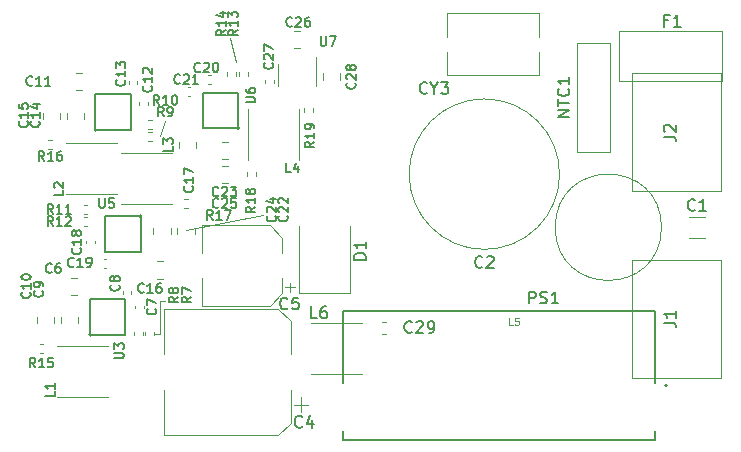
<source format=gbr>
%TF.GenerationSoftware,KiCad,Pcbnew,5.1.10-1.fc33*%
%TF.CreationDate,2021-08-28T17:16:11-07:00*%
%TF.ProjectId,hardware,68617264-7761-4726-952e-6b696361645f,rev?*%
%TF.SameCoordinates,Original*%
%TF.FileFunction,Legend,Top*%
%TF.FilePolarity,Positive*%
%FSLAX46Y46*%
G04 Gerber Fmt 4.6, Leading zero omitted, Abs format (unit mm)*
G04 Created by KiCad (PCBNEW 5.1.10-1.fc33) date 2021-08-28 17:16:11*
%MOMM*%
%LPD*%
G01*
G04 APERTURE LIST*
%ADD10C,0.120000*%
%ADD11C,0.127000*%
%ADD12C,0.200000*%
%ADD13C,0.203200*%
%ADD14C,0.150000*%
%ADD15C,0.015000*%
G04 APERTURE END LIST*
D10*
X98500000Y-102500000D02*
X98000000Y-103750000D01*
X104000000Y-95500000D02*
X104500000Y-97500000D01*
X106750000Y-110500000D02*
X100250000Y-111750000D01*
X98000000Y-120500000D02*
X97500000Y-120500000D01*
X98000000Y-117750000D02*
X98000000Y-120500000D01*
X98500000Y-117750000D02*
X98000000Y-117750000D01*
D11*
%TO.C,PS1*%
X113550000Y-129550000D02*
X113550000Y-128750000D01*
X113550000Y-124700000D02*
X113550000Y-118550000D01*
X139950000Y-129550000D02*
X139950000Y-128750000D01*
X139950000Y-124700000D02*
X139950000Y-118550000D01*
X113550000Y-129550000D02*
X139950000Y-129550000D01*
X139950000Y-118550000D02*
X113550000Y-118550000D01*
D12*
X141000000Y-124900000D02*
G75*
G03*
X141000000Y-124900000I-100000J0D01*
G01*
D10*
%TO.C,D1*%
X109850000Y-117050000D02*
X109850000Y-111350000D01*
X114150000Y-117050000D02*
X114150000Y-111350000D01*
X109850000Y-117050000D02*
X114150000Y-117050000D01*
%TO.C,F1*%
X136920000Y-94880000D02*
X145660000Y-94880000D01*
X136920000Y-94880000D02*
X136920000Y-99120000D01*
X145660000Y-99120000D02*
X145660000Y-94880000D01*
X145660000Y-99120000D02*
X136920000Y-99120000D01*
%TO.C,J2*%
X138000000Y-108440814D02*
X145500000Y-108440814D01*
X145500000Y-108440814D02*
X145500000Y-98440814D01*
X145500000Y-98440814D02*
X138000000Y-98440814D01*
X138000000Y-98440814D02*
X138000000Y-108440814D01*
%TO.C,J1*%
X138000000Y-124254000D02*
X145500000Y-124254000D01*
X145500000Y-124254000D02*
X145500000Y-114254000D01*
X145500000Y-114254000D02*
X138000000Y-114254000D01*
X138000000Y-114254000D02*
X138000000Y-124254000D01*
%TO.C,L6*%
X115154000Y-123904000D02*
X110846000Y-123904000D01*
X110846000Y-119596000D02*
X115154000Y-119596000D01*
%TO.C,CY3*%
X122380000Y-93380000D02*
X130120000Y-93380000D01*
X122380000Y-98620000D02*
X130120000Y-98620000D01*
X122380000Y-93380000D02*
X122380000Y-95364000D01*
X122380000Y-96636000D02*
X122380000Y-98620000D01*
X130120000Y-93380000D02*
X130120000Y-95364000D01*
X130120000Y-96636000D02*
X130120000Y-98620000D01*
%TO.C,C5*%
X101590000Y-111340000D02*
X101590000Y-113690000D01*
X101590000Y-118160000D02*
X101590000Y-115810000D01*
X107345563Y-118160000D02*
X101590000Y-118160000D01*
X107345563Y-111340000D02*
X101590000Y-111340000D01*
X108410000Y-112404437D02*
X108410000Y-113690000D01*
X108410000Y-117095563D02*
X108410000Y-115810000D01*
X108410000Y-117095563D02*
X107345563Y-118160000D01*
X108410000Y-112404437D02*
X107345563Y-111340000D01*
X109437500Y-116597500D02*
X108650000Y-116597500D01*
X109043750Y-116991250D02*
X109043750Y-116203750D01*
%TO.C,C2*%
X131870000Y-107000000D02*
G75*
G03*
X131870000Y-107000000I-6370000J0D01*
G01*
%TO.C,L5*%
X140500000Y-111500000D02*
G75*
G03*
X140500000Y-111500000I-4500000J0D01*
G01*
%TO.C,C4*%
X109975000Y-127135000D02*
X109975000Y-125885000D01*
X110600000Y-126510000D02*
X109350000Y-126510000D01*
X109110000Y-119454437D02*
X108045563Y-118390000D01*
X109110000Y-128045563D02*
X108045563Y-129110000D01*
X109110000Y-128045563D02*
X109110000Y-125260000D01*
X109110000Y-119454437D02*
X109110000Y-122240000D01*
X108045563Y-118390000D02*
X98390000Y-118390000D01*
X108045563Y-129110000D02*
X98390000Y-129110000D01*
X98390000Y-129110000D02*
X98390000Y-125260000D01*
X98390000Y-118390000D02*
X98390000Y-122240000D01*
%TO.C,NTC1*%
X133380000Y-95880000D02*
X136120000Y-95880000D01*
X133380000Y-105120000D02*
X136120000Y-105120000D01*
X136120000Y-105120000D02*
X136120000Y-95880000D01*
X133380000Y-105120000D02*
X133380000Y-95880000D01*
%TO.C,C29*%
X116859420Y-120510000D02*
X117140580Y-120510000D01*
X116859420Y-119490000D02*
X117140580Y-119490000D01*
%TO.C,C1*%
X142788748Y-112410000D02*
X144211252Y-112410000D01*
X142788748Y-110590000D02*
X144211252Y-110590000D01*
%TO.C,C28*%
X111800040Y-99001092D02*
X111800040Y-98478588D01*
X113270040Y-99001092D02*
X113270040Y-98478588D01*
%TO.C,C26*%
X109926092Y-96325240D02*
X109403588Y-96325240D01*
X109926092Y-94855240D02*
X109403588Y-94855240D01*
%TO.C,C25*%
X103808692Y-107787560D02*
X103286188Y-107787560D01*
X103808692Y-106317560D02*
X103286188Y-106317560D01*
%TO.C,C24*%
X98941040Y-111563908D02*
X98941040Y-112086412D01*
X97471040Y-111563908D02*
X97471040Y-112086412D01*
%TO.C,C23*%
X103808692Y-105730160D02*
X103286188Y-105730160D01*
X103808692Y-104260160D02*
X103286188Y-104260160D01*
%TO.C,C22*%
X100973040Y-111558828D02*
X100973040Y-112081332D01*
X99503040Y-111558828D02*
X99503040Y-112081332D01*
%TO.C,C17*%
X101082040Y-104291908D02*
X101082040Y-104814412D01*
X99612040Y-104291908D02*
X99612040Y-104814412D01*
%TO.C,C16*%
X97766988Y-114366760D02*
X98289492Y-114366760D01*
X97766988Y-115836760D02*
X98289492Y-115836760D01*
%TO.C,C15*%
X88141260Y-102307292D02*
X88141260Y-101784788D01*
X89611260Y-102307292D02*
X89611260Y-101784788D01*
%TO.C,C14*%
X90173260Y-102307292D02*
X90173260Y-101784788D01*
X91643260Y-102307292D02*
X91643260Y-101784788D01*
%TO.C,C11*%
X91423512Y-99898140D02*
X90901008Y-99898140D01*
X91423512Y-98428140D02*
X90901008Y-98428140D01*
%TO.C,C10*%
X87591840Y-119624752D02*
X87591840Y-119102248D01*
X89061840Y-119624752D02*
X89061840Y-119102248D01*
%TO.C,C9*%
X89649240Y-119624752D02*
X89649240Y-119102248D01*
X91119240Y-119624752D02*
X91119240Y-119102248D01*
%TO.C,C6*%
X91011252Y-117235000D02*
X90488748Y-117235000D01*
X91011252Y-115765000D02*
X90488748Y-115765000D01*
%TO.C,C27*%
X106942640Y-99254076D02*
X106942640Y-99038404D01*
X107662640Y-99254076D02*
X107662640Y-99038404D01*
%TO.C,C21*%
X100587836Y-100360000D02*
X100372164Y-100360000D01*
X100587836Y-99640000D02*
X100372164Y-99640000D01*
%TO.C,C20*%
X102357836Y-99360000D02*
X102142164Y-99360000D01*
X102357836Y-98640000D02*
X102142164Y-98640000D01*
%TO.C,C19*%
X93487876Y-114941060D02*
X93272204Y-114941060D01*
X93487876Y-114221060D02*
X93272204Y-114221060D01*
%TO.C,C18*%
X92520840Y-112642164D02*
X92520840Y-112857836D01*
X91800840Y-112642164D02*
X91800840Y-112857836D01*
%TO.C,C13*%
X95390000Y-99357836D02*
X95390000Y-99142164D01*
X96110000Y-99357836D02*
X96110000Y-99142164D01*
%TO.C,C12*%
X96301360Y-101107836D02*
X96301360Y-100892164D01*
X97021360Y-101107836D02*
X97021360Y-100892164D01*
%TO.C,C8*%
X94890000Y-117107836D02*
X94890000Y-116892164D01*
X95610000Y-117107836D02*
X95610000Y-116892164D01*
%TO.C,C7*%
X95942440Y-118357836D02*
X95942440Y-118142164D01*
X96662440Y-118357836D02*
X96662440Y-118142164D01*
%TO.C,R19*%
X110959240Y-101712881D02*
X110959240Y-101405599D01*
X110199240Y-101712881D02*
X110199240Y-101405599D01*
%TO.C,U7*%
X108044680Y-97697600D02*
X108044680Y-99497600D01*
X111264680Y-99497600D02*
X111264680Y-97047600D01*
D13*
%TO.C,U6*%
X104751200Y-103087620D02*
G75*
G03*
X104751200Y-103087620I-100000J0D01*
G01*
X104651200Y-103111880D02*
X101651200Y-103111880D01*
X101651200Y-103111880D02*
X101651200Y-100111880D01*
X101651200Y-100111880D02*
X104651200Y-100111880D01*
X104651200Y-100111880D02*
X104651200Y-103111880D01*
%TO.C,U5*%
X96465620Y-110561380D02*
G75*
G03*
X96465620Y-110561380I-100000J0D01*
G01*
X96389880Y-110561380D02*
X96389880Y-113561380D01*
X96389880Y-113561380D02*
X93389880Y-113561380D01*
X93389880Y-113561380D02*
X93389880Y-110561380D01*
X93389880Y-110561380D02*
X96389880Y-110561380D01*
%TO.C,U4*%
X92682120Y-103241240D02*
G75*
G03*
X92682120Y-103241240I-100000J0D01*
G01*
X92557860Y-103241240D02*
X92557860Y-100241240D01*
X92557860Y-100241240D02*
X95557860Y-100241240D01*
X95557860Y-100241240D02*
X95557860Y-103241240D01*
X95557860Y-103241240D02*
X92557860Y-103241240D01*
D10*
%TO.C,R18*%
X105370000Y-107153641D02*
X105370000Y-106846359D01*
X106130000Y-107153641D02*
X106130000Y-106846359D01*
%TO.C,R17*%
X100403641Y-109880000D02*
X100096359Y-109880000D01*
X100403641Y-109120000D02*
X100096359Y-109120000D01*
%TO.C,R16*%
X88596359Y-104120000D02*
X88903641Y-104120000D01*
X88596359Y-104880000D02*
X88903641Y-104880000D01*
%TO.C,R15*%
X87846359Y-121370000D02*
X88153641Y-121370000D01*
X87846359Y-122130000D02*
X88153641Y-122130000D01*
%TO.C,R14*%
X103675440Y-98671801D02*
X103675440Y-98364519D01*
X104435440Y-98671801D02*
X104435440Y-98364519D01*
%TO.C,R13*%
X105451440Y-98364519D02*
X105451440Y-98671801D01*
X104691440Y-98364519D02*
X104691440Y-98671801D01*
%TO.C,R12*%
X91882681Y-111392360D02*
X91575399Y-111392360D01*
X91882681Y-110632360D02*
X91575399Y-110632360D01*
%TO.C,R11*%
X91575399Y-109616360D02*
X91882681Y-109616360D01*
X91575399Y-110376360D02*
X91882681Y-110376360D01*
%TO.C,R10*%
X97015719Y-102428040D02*
X97323001Y-102428040D01*
X97015719Y-103188040D02*
X97323001Y-103188040D01*
%TO.C,R9*%
X97323001Y-104204040D02*
X97015719Y-104204040D01*
X97323001Y-103444040D02*
X97015719Y-103444040D01*
%TO.C,R8*%
X96580840Y-120352859D02*
X96580840Y-120660141D01*
X95820840Y-120352859D02*
X95820840Y-120660141D01*
%TO.C,R7*%
X96811440Y-120660141D02*
X96811440Y-120352859D01*
X97571440Y-120660141D02*
X97571440Y-120352859D01*
%TO.C,L4*%
X105482840Y-105777560D02*
X105482840Y-101469560D01*
X109790840Y-101469560D02*
X109790840Y-105777560D01*
%TO.C,L3*%
X99013840Y-109534160D02*
X94705840Y-109534160D01*
X94705840Y-105226160D02*
X99013840Y-105226160D01*
%TO.C,L2*%
X90096560Y-104349740D02*
X94404560Y-104349740D01*
X94404560Y-108657740D02*
X90096560Y-108657740D01*
%TO.C,L1*%
X89347840Y-121527500D02*
X93655840Y-121527500D01*
X93655840Y-125835500D02*
X89347840Y-125835500D01*
D13*
%TO.C,U3*%
X95099880Y-120609500D02*
X92099880Y-120609500D01*
X95099880Y-117609500D02*
X95099880Y-120609500D01*
X92099880Y-117609500D02*
X95099880Y-117609500D01*
X92099880Y-120609500D02*
X92099880Y-117609500D01*
X92224140Y-120609500D02*
G75*
G03*
X92224140Y-120609500I-100000J0D01*
G01*
%TO.C,PS1*%
D14*
X129285714Y-117952380D02*
X129285714Y-116952380D01*
X129666666Y-116952380D01*
X129761904Y-117000000D01*
X129809523Y-117047619D01*
X129857142Y-117142857D01*
X129857142Y-117285714D01*
X129809523Y-117380952D01*
X129761904Y-117428571D01*
X129666666Y-117476190D01*
X129285714Y-117476190D01*
X130238095Y-117904761D02*
X130380952Y-117952380D01*
X130619047Y-117952380D01*
X130714285Y-117904761D01*
X130761904Y-117857142D01*
X130809523Y-117761904D01*
X130809523Y-117666666D01*
X130761904Y-117571428D01*
X130714285Y-117523809D01*
X130619047Y-117476190D01*
X130428571Y-117428571D01*
X130333333Y-117380952D01*
X130285714Y-117333333D01*
X130238095Y-117238095D01*
X130238095Y-117142857D01*
X130285714Y-117047619D01*
X130333333Y-117000000D01*
X130428571Y-116952380D01*
X130666666Y-116952380D01*
X130809523Y-117000000D01*
X131761904Y-117952380D02*
X131190476Y-117952380D01*
X131476190Y-117952380D02*
X131476190Y-116952380D01*
X131380952Y-117095238D01*
X131285714Y-117190476D01*
X131190476Y-117238095D01*
%TO.C,D1*%
X115452380Y-114238095D02*
X114452380Y-114238095D01*
X114452380Y-114000000D01*
X114500000Y-113857142D01*
X114595238Y-113761904D01*
X114690476Y-113714285D01*
X114880952Y-113666666D01*
X115023809Y-113666666D01*
X115214285Y-113714285D01*
X115309523Y-113761904D01*
X115404761Y-113857142D01*
X115452380Y-114000000D01*
X115452380Y-114238095D01*
X115452380Y-112714285D02*
X115452380Y-113285714D01*
X115452380Y-113000000D02*
X114452380Y-113000000D01*
X114595238Y-113095238D01*
X114690476Y-113190476D01*
X114738095Y-113285714D01*
%TO.C,F1*%
X141066666Y-93978571D02*
X140733333Y-93978571D01*
X140733333Y-94502380D02*
X140733333Y-93502380D01*
X141209523Y-93502380D01*
X142114285Y-94502380D02*
X141542857Y-94502380D01*
X141828571Y-94502380D02*
X141828571Y-93502380D01*
X141733333Y-93645238D01*
X141638095Y-93740476D01*
X141542857Y-93788095D01*
%TO.C,J2*%
X140702380Y-103833333D02*
X141416666Y-103833333D01*
X141559523Y-103880952D01*
X141654761Y-103976190D01*
X141702380Y-104119047D01*
X141702380Y-104214285D01*
X140797619Y-103404761D02*
X140750000Y-103357142D01*
X140702380Y-103261904D01*
X140702380Y-103023809D01*
X140750000Y-102928571D01*
X140797619Y-102880952D01*
X140892857Y-102833333D01*
X140988095Y-102833333D01*
X141130952Y-102880952D01*
X141702380Y-103452380D01*
X141702380Y-102833333D01*
%TO.C,J1*%
X140702380Y-119583333D02*
X141416666Y-119583333D01*
X141559523Y-119630952D01*
X141654761Y-119726190D01*
X141702380Y-119869047D01*
X141702380Y-119964285D01*
X141702380Y-118583333D02*
X141702380Y-119154761D01*
X141702380Y-118869047D02*
X140702380Y-118869047D01*
X140845238Y-118964285D01*
X140940476Y-119059523D01*
X140988095Y-119154761D01*
%TO.C,L6*%
X111333333Y-119202380D02*
X110857142Y-119202380D01*
X110857142Y-118202380D01*
X112095238Y-118202380D02*
X111904761Y-118202380D01*
X111809523Y-118250000D01*
X111761904Y-118297619D01*
X111666666Y-118440476D01*
X111619047Y-118630952D01*
X111619047Y-119011904D01*
X111666666Y-119107142D01*
X111714285Y-119154761D01*
X111809523Y-119202380D01*
X112000000Y-119202380D01*
X112095238Y-119154761D01*
X112142857Y-119107142D01*
X112190476Y-119011904D01*
X112190476Y-118773809D01*
X112142857Y-118678571D01*
X112095238Y-118630952D01*
X112000000Y-118583333D01*
X111809523Y-118583333D01*
X111714285Y-118630952D01*
X111666666Y-118678571D01*
X111619047Y-118773809D01*
%TO.C,CY3*%
X120654761Y-100107142D02*
X120607142Y-100154761D01*
X120464285Y-100202380D01*
X120369047Y-100202380D01*
X120226190Y-100154761D01*
X120130952Y-100059523D01*
X120083333Y-99964285D01*
X120035714Y-99773809D01*
X120035714Y-99630952D01*
X120083333Y-99440476D01*
X120130952Y-99345238D01*
X120226190Y-99250000D01*
X120369047Y-99202380D01*
X120464285Y-99202380D01*
X120607142Y-99250000D01*
X120654761Y-99297619D01*
X121273809Y-99726190D02*
X121273809Y-100202380D01*
X120940476Y-99202380D02*
X121273809Y-99726190D01*
X121607142Y-99202380D01*
X121845238Y-99202380D02*
X122464285Y-99202380D01*
X122130952Y-99583333D01*
X122273809Y-99583333D01*
X122369047Y-99630952D01*
X122416666Y-99678571D01*
X122464285Y-99773809D01*
X122464285Y-100011904D01*
X122416666Y-100107142D01*
X122369047Y-100154761D01*
X122273809Y-100202380D01*
X121988095Y-100202380D01*
X121892857Y-100154761D01*
X121845238Y-100107142D01*
%TO.C,C5*%
X108833333Y-118357142D02*
X108785714Y-118404761D01*
X108642857Y-118452380D01*
X108547619Y-118452380D01*
X108404761Y-118404761D01*
X108309523Y-118309523D01*
X108261904Y-118214285D01*
X108214285Y-118023809D01*
X108214285Y-117880952D01*
X108261904Y-117690476D01*
X108309523Y-117595238D01*
X108404761Y-117500000D01*
X108547619Y-117452380D01*
X108642857Y-117452380D01*
X108785714Y-117500000D01*
X108833333Y-117547619D01*
X109738095Y-117452380D02*
X109261904Y-117452380D01*
X109214285Y-117928571D01*
X109261904Y-117880952D01*
X109357142Y-117833333D01*
X109595238Y-117833333D01*
X109690476Y-117880952D01*
X109738095Y-117928571D01*
X109785714Y-118023809D01*
X109785714Y-118261904D01*
X109738095Y-118357142D01*
X109690476Y-118404761D01*
X109595238Y-118452380D01*
X109357142Y-118452380D01*
X109261904Y-118404761D01*
X109214285Y-118357142D01*
%TO.C,C2*%
X125333333Y-114857142D02*
X125285714Y-114904761D01*
X125142857Y-114952380D01*
X125047619Y-114952380D01*
X124904761Y-114904761D01*
X124809523Y-114809523D01*
X124761904Y-114714285D01*
X124714285Y-114523809D01*
X124714285Y-114380952D01*
X124761904Y-114190476D01*
X124809523Y-114095238D01*
X124904761Y-114000000D01*
X125047619Y-113952380D01*
X125142857Y-113952380D01*
X125285714Y-114000000D01*
X125333333Y-114047619D01*
X125714285Y-114047619D02*
X125761904Y-114000000D01*
X125857142Y-113952380D01*
X126095238Y-113952380D01*
X126190476Y-114000000D01*
X126238095Y-114047619D01*
X126285714Y-114142857D01*
X126285714Y-114238095D01*
X126238095Y-114380952D01*
X125666666Y-114952380D01*
X126285714Y-114952380D01*
%TO.C,L5*%
D15*
X127893333Y-119789523D02*
X127588571Y-119789523D01*
X127588571Y-119149523D01*
X128411428Y-119149523D02*
X128106666Y-119149523D01*
X128076190Y-119454285D01*
X128106666Y-119423809D01*
X128167619Y-119393333D01*
X128320000Y-119393333D01*
X128380952Y-119423809D01*
X128411428Y-119454285D01*
X128441904Y-119515238D01*
X128441904Y-119667619D01*
X128411428Y-119728571D01*
X128380952Y-119759047D01*
X128320000Y-119789523D01*
X128167619Y-119789523D01*
X128106666Y-119759047D01*
X128076190Y-119728571D01*
%TO.C,C4*%
D14*
X110083333Y-128357142D02*
X110035714Y-128404761D01*
X109892857Y-128452380D01*
X109797619Y-128452380D01*
X109654761Y-128404761D01*
X109559523Y-128309523D01*
X109511904Y-128214285D01*
X109464285Y-128023809D01*
X109464285Y-127880952D01*
X109511904Y-127690476D01*
X109559523Y-127595238D01*
X109654761Y-127500000D01*
X109797619Y-127452380D01*
X109892857Y-127452380D01*
X110035714Y-127500000D01*
X110083333Y-127547619D01*
X110940476Y-127785714D02*
X110940476Y-128452380D01*
X110702380Y-127404761D02*
X110464285Y-128119047D01*
X111083333Y-128119047D01*
%TO.C,NTC1*%
X132702380Y-102142857D02*
X131702380Y-102142857D01*
X132702380Y-101571428D01*
X131702380Y-101571428D01*
X131702380Y-101238095D02*
X131702380Y-100666666D01*
X132702380Y-100952380D02*
X131702380Y-100952380D01*
X132607142Y-99761904D02*
X132654761Y-99809523D01*
X132702380Y-99952380D01*
X132702380Y-100047619D01*
X132654761Y-100190476D01*
X132559523Y-100285714D01*
X132464285Y-100333333D01*
X132273809Y-100380952D01*
X132130952Y-100380952D01*
X131940476Y-100333333D01*
X131845238Y-100285714D01*
X131750000Y-100190476D01*
X131702380Y-100047619D01*
X131702380Y-99952380D01*
X131750000Y-99809523D01*
X131797619Y-99761904D01*
X132702380Y-98809523D02*
X132702380Y-99380952D01*
X132702380Y-99095238D02*
X131702380Y-99095238D01*
X131845238Y-99190476D01*
X131940476Y-99285714D01*
X131988095Y-99380952D01*
%TO.C,C29*%
X119357142Y-120357142D02*
X119309523Y-120404761D01*
X119166666Y-120452380D01*
X119071428Y-120452380D01*
X118928571Y-120404761D01*
X118833333Y-120309523D01*
X118785714Y-120214285D01*
X118738095Y-120023809D01*
X118738095Y-119880952D01*
X118785714Y-119690476D01*
X118833333Y-119595238D01*
X118928571Y-119500000D01*
X119071428Y-119452380D01*
X119166666Y-119452380D01*
X119309523Y-119500000D01*
X119357142Y-119547619D01*
X119738095Y-119547619D02*
X119785714Y-119500000D01*
X119880952Y-119452380D01*
X120119047Y-119452380D01*
X120214285Y-119500000D01*
X120261904Y-119547619D01*
X120309523Y-119642857D01*
X120309523Y-119738095D01*
X120261904Y-119880952D01*
X119690476Y-120452380D01*
X120309523Y-120452380D01*
X120785714Y-120452380D02*
X120976190Y-120452380D01*
X121071428Y-120404761D01*
X121119047Y-120357142D01*
X121214285Y-120214285D01*
X121261904Y-120023809D01*
X121261904Y-119642857D01*
X121214285Y-119547619D01*
X121166666Y-119500000D01*
X121071428Y-119452380D01*
X120880952Y-119452380D01*
X120785714Y-119500000D01*
X120738095Y-119547619D01*
X120690476Y-119642857D01*
X120690476Y-119880952D01*
X120738095Y-119976190D01*
X120785714Y-120023809D01*
X120880952Y-120071428D01*
X121071428Y-120071428D01*
X121166666Y-120023809D01*
X121214285Y-119976190D01*
X121261904Y-119880952D01*
%TO.C,C1*%
X143333333Y-110007142D02*
X143285714Y-110054761D01*
X143142857Y-110102380D01*
X143047619Y-110102380D01*
X142904761Y-110054761D01*
X142809523Y-109959523D01*
X142761904Y-109864285D01*
X142714285Y-109673809D01*
X142714285Y-109530952D01*
X142761904Y-109340476D01*
X142809523Y-109245238D01*
X142904761Y-109150000D01*
X143047619Y-109102380D01*
X143142857Y-109102380D01*
X143285714Y-109150000D01*
X143333333Y-109197619D01*
X144285714Y-110102380D02*
X143714285Y-110102380D01*
X144000000Y-110102380D02*
X144000000Y-109102380D01*
X143904761Y-109245238D01*
X143809523Y-109340476D01*
X143714285Y-109388095D01*
%TO.C,C28*%
X114535714Y-99264285D02*
X114573809Y-99302380D01*
X114611904Y-99416666D01*
X114611904Y-99492857D01*
X114573809Y-99607142D01*
X114497619Y-99683333D01*
X114421428Y-99721428D01*
X114269047Y-99759523D01*
X114154761Y-99759523D01*
X114002380Y-99721428D01*
X113926190Y-99683333D01*
X113850000Y-99607142D01*
X113811904Y-99492857D01*
X113811904Y-99416666D01*
X113850000Y-99302380D01*
X113888095Y-99264285D01*
X113888095Y-98959523D02*
X113850000Y-98921428D01*
X113811904Y-98845238D01*
X113811904Y-98654761D01*
X113850000Y-98578571D01*
X113888095Y-98540476D01*
X113964285Y-98502380D01*
X114040476Y-98502380D01*
X114154761Y-98540476D01*
X114611904Y-98997619D01*
X114611904Y-98502380D01*
X114154761Y-98045238D02*
X114116666Y-98121428D01*
X114078571Y-98159523D01*
X114002380Y-98197619D01*
X113964285Y-98197619D01*
X113888095Y-98159523D01*
X113850000Y-98121428D01*
X113811904Y-98045238D01*
X113811904Y-97892857D01*
X113850000Y-97816666D01*
X113888095Y-97778571D01*
X113964285Y-97740476D01*
X114002380Y-97740476D01*
X114078571Y-97778571D01*
X114116666Y-97816666D01*
X114154761Y-97892857D01*
X114154761Y-98045238D01*
X114192857Y-98121428D01*
X114230952Y-98159523D01*
X114307142Y-98197619D01*
X114459523Y-98197619D01*
X114535714Y-98159523D01*
X114573809Y-98121428D01*
X114611904Y-98045238D01*
X114611904Y-97892857D01*
X114573809Y-97816666D01*
X114535714Y-97778571D01*
X114459523Y-97740476D01*
X114307142Y-97740476D01*
X114230952Y-97778571D01*
X114192857Y-97816666D01*
X114154761Y-97892857D01*
%TO.C,C26*%
X109235714Y-94428154D02*
X109197619Y-94466249D01*
X109083333Y-94504344D01*
X109007142Y-94504344D01*
X108892857Y-94466249D01*
X108816666Y-94390059D01*
X108778571Y-94313868D01*
X108740476Y-94161487D01*
X108740476Y-94047201D01*
X108778571Y-93894820D01*
X108816666Y-93818630D01*
X108892857Y-93742440D01*
X109007142Y-93704344D01*
X109083333Y-93704344D01*
X109197619Y-93742440D01*
X109235714Y-93780535D01*
X109540476Y-93780535D02*
X109578571Y-93742440D01*
X109654761Y-93704344D01*
X109845238Y-93704344D01*
X109921428Y-93742440D01*
X109959523Y-93780535D01*
X109997619Y-93856725D01*
X109997619Y-93932916D01*
X109959523Y-94047201D01*
X109502380Y-94504344D01*
X109997619Y-94504344D01*
X110683333Y-93704344D02*
X110530952Y-93704344D01*
X110454761Y-93742440D01*
X110416666Y-93780535D01*
X110340476Y-93894820D01*
X110302380Y-94047201D01*
X110302380Y-94351963D01*
X110340476Y-94428154D01*
X110378571Y-94466249D01*
X110454761Y-94504344D01*
X110607142Y-94504344D01*
X110683333Y-94466249D01*
X110721428Y-94428154D01*
X110759523Y-94351963D01*
X110759523Y-94161487D01*
X110721428Y-94085297D01*
X110683333Y-94047201D01*
X110607142Y-94009106D01*
X110454761Y-94009106D01*
X110378571Y-94047201D01*
X110340476Y-94085297D01*
X110302380Y-94161487D01*
%TO.C,C25*%
X102985714Y-109785714D02*
X102947619Y-109823809D01*
X102833333Y-109861904D01*
X102757142Y-109861904D01*
X102642857Y-109823809D01*
X102566666Y-109747619D01*
X102528571Y-109671428D01*
X102490476Y-109519047D01*
X102490476Y-109404761D01*
X102528571Y-109252380D01*
X102566666Y-109176190D01*
X102642857Y-109100000D01*
X102757142Y-109061904D01*
X102833333Y-109061904D01*
X102947619Y-109100000D01*
X102985714Y-109138095D01*
X103290476Y-109138095D02*
X103328571Y-109100000D01*
X103404761Y-109061904D01*
X103595238Y-109061904D01*
X103671428Y-109100000D01*
X103709523Y-109138095D01*
X103747619Y-109214285D01*
X103747619Y-109290476D01*
X103709523Y-109404761D01*
X103252380Y-109861904D01*
X103747619Y-109861904D01*
X104471428Y-109061904D02*
X104090476Y-109061904D01*
X104052380Y-109442857D01*
X104090476Y-109404761D01*
X104166666Y-109366666D01*
X104357142Y-109366666D01*
X104433333Y-109404761D01*
X104471428Y-109442857D01*
X104509523Y-109519047D01*
X104509523Y-109709523D01*
X104471428Y-109785714D01*
X104433333Y-109823809D01*
X104357142Y-109861904D01*
X104166666Y-109861904D01*
X104090476Y-109823809D01*
X104052380Y-109785714D01*
%TO.C,C24*%
X107785714Y-110514285D02*
X107823809Y-110552380D01*
X107861904Y-110666666D01*
X107861904Y-110742857D01*
X107823809Y-110857142D01*
X107747619Y-110933333D01*
X107671428Y-110971428D01*
X107519047Y-111009523D01*
X107404761Y-111009523D01*
X107252380Y-110971428D01*
X107176190Y-110933333D01*
X107100000Y-110857142D01*
X107061904Y-110742857D01*
X107061904Y-110666666D01*
X107100000Y-110552380D01*
X107138095Y-110514285D01*
X107138095Y-110209523D02*
X107100000Y-110171428D01*
X107061904Y-110095238D01*
X107061904Y-109904761D01*
X107100000Y-109828571D01*
X107138095Y-109790476D01*
X107214285Y-109752380D01*
X107290476Y-109752380D01*
X107404761Y-109790476D01*
X107861904Y-110247619D01*
X107861904Y-109752380D01*
X107328571Y-109066666D02*
X107861904Y-109066666D01*
X107023809Y-109257142D02*
X107595238Y-109447619D01*
X107595238Y-108952380D01*
%TO.C,C23*%
X102985714Y-108785714D02*
X102947619Y-108823809D01*
X102833333Y-108861904D01*
X102757142Y-108861904D01*
X102642857Y-108823809D01*
X102566666Y-108747619D01*
X102528571Y-108671428D01*
X102490476Y-108519047D01*
X102490476Y-108404761D01*
X102528571Y-108252380D01*
X102566666Y-108176190D01*
X102642857Y-108100000D01*
X102757142Y-108061904D01*
X102833333Y-108061904D01*
X102947619Y-108100000D01*
X102985714Y-108138095D01*
X103290476Y-108138095D02*
X103328571Y-108100000D01*
X103404761Y-108061904D01*
X103595238Y-108061904D01*
X103671428Y-108100000D01*
X103709523Y-108138095D01*
X103747619Y-108214285D01*
X103747619Y-108290476D01*
X103709523Y-108404761D01*
X103252380Y-108861904D01*
X103747619Y-108861904D01*
X104014285Y-108061904D02*
X104509523Y-108061904D01*
X104242857Y-108366666D01*
X104357142Y-108366666D01*
X104433333Y-108404761D01*
X104471428Y-108442857D01*
X104509523Y-108519047D01*
X104509523Y-108709523D01*
X104471428Y-108785714D01*
X104433333Y-108823809D01*
X104357142Y-108861904D01*
X104128571Y-108861904D01*
X104052380Y-108823809D01*
X104014285Y-108785714D01*
%TO.C,C22*%
X108785714Y-110514285D02*
X108823809Y-110552380D01*
X108861904Y-110666666D01*
X108861904Y-110742857D01*
X108823809Y-110857142D01*
X108747619Y-110933333D01*
X108671428Y-110971428D01*
X108519047Y-111009523D01*
X108404761Y-111009523D01*
X108252380Y-110971428D01*
X108176190Y-110933333D01*
X108100000Y-110857142D01*
X108061904Y-110742857D01*
X108061904Y-110666666D01*
X108100000Y-110552380D01*
X108138095Y-110514285D01*
X108138095Y-110209523D02*
X108100000Y-110171428D01*
X108061904Y-110095238D01*
X108061904Y-109904761D01*
X108100000Y-109828571D01*
X108138095Y-109790476D01*
X108214285Y-109752380D01*
X108290476Y-109752380D01*
X108404761Y-109790476D01*
X108861904Y-110247619D01*
X108861904Y-109752380D01*
X108138095Y-109447619D02*
X108100000Y-109409523D01*
X108061904Y-109333333D01*
X108061904Y-109142857D01*
X108100000Y-109066666D01*
X108138095Y-109028571D01*
X108214285Y-108990476D01*
X108290476Y-108990476D01*
X108404761Y-109028571D01*
X108861904Y-109485714D01*
X108861904Y-108990476D01*
%TO.C,C17*%
X100785714Y-108014285D02*
X100823809Y-108052380D01*
X100861904Y-108166666D01*
X100861904Y-108242857D01*
X100823809Y-108357142D01*
X100747619Y-108433333D01*
X100671428Y-108471428D01*
X100519047Y-108509523D01*
X100404761Y-108509523D01*
X100252380Y-108471428D01*
X100176190Y-108433333D01*
X100100000Y-108357142D01*
X100061904Y-108242857D01*
X100061904Y-108166666D01*
X100100000Y-108052380D01*
X100138095Y-108014285D01*
X100861904Y-107252380D02*
X100861904Y-107709523D01*
X100861904Y-107480952D02*
X100061904Y-107480952D01*
X100176190Y-107557142D01*
X100252380Y-107633333D01*
X100290476Y-107709523D01*
X100061904Y-106985714D02*
X100061904Y-106452380D01*
X100861904Y-106795238D01*
%TO.C,C16*%
X96675754Y-116962274D02*
X96637659Y-117000369D01*
X96523373Y-117038464D01*
X96447182Y-117038464D01*
X96332897Y-117000369D01*
X96256706Y-116924179D01*
X96218611Y-116847988D01*
X96180516Y-116695607D01*
X96180516Y-116581321D01*
X96218611Y-116428940D01*
X96256706Y-116352750D01*
X96332897Y-116276560D01*
X96447182Y-116238464D01*
X96523373Y-116238464D01*
X96637659Y-116276560D01*
X96675754Y-116314655D01*
X97437659Y-117038464D02*
X96980516Y-117038464D01*
X97209087Y-117038464D02*
X97209087Y-116238464D01*
X97132897Y-116352750D01*
X97056706Y-116428940D01*
X96980516Y-116467036D01*
X98123373Y-116238464D02*
X97970992Y-116238464D01*
X97894801Y-116276560D01*
X97856706Y-116314655D01*
X97780516Y-116428940D01*
X97742420Y-116581321D01*
X97742420Y-116886083D01*
X97780516Y-116962274D01*
X97818611Y-117000369D01*
X97894801Y-117038464D01*
X98047182Y-117038464D01*
X98123373Y-117000369D01*
X98161468Y-116962274D01*
X98199563Y-116886083D01*
X98199563Y-116695607D01*
X98161468Y-116619417D01*
X98123373Y-116581321D01*
X98047182Y-116543226D01*
X97894801Y-116543226D01*
X97818611Y-116581321D01*
X97780516Y-116619417D01*
X97742420Y-116695607D01*
%TO.C,C15*%
X86785714Y-102514285D02*
X86823809Y-102552380D01*
X86861904Y-102666666D01*
X86861904Y-102742857D01*
X86823809Y-102857142D01*
X86747619Y-102933333D01*
X86671428Y-102971428D01*
X86519047Y-103009523D01*
X86404761Y-103009523D01*
X86252380Y-102971428D01*
X86176190Y-102933333D01*
X86100000Y-102857142D01*
X86061904Y-102742857D01*
X86061904Y-102666666D01*
X86100000Y-102552380D01*
X86138095Y-102514285D01*
X86861904Y-101752380D02*
X86861904Y-102209523D01*
X86861904Y-101980952D02*
X86061904Y-101980952D01*
X86176190Y-102057142D01*
X86252380Y-102133333D01*
X86290476Y-102209523D01*
X86061904Y-101028571D02*
X86061904Y-101409523D01*
X86442857Y-101447619D01*
X86404761Y-101409523D01*
X86366666Y-101333333D01*
X86366666Y-101142857D01*
X86404761Y-101066666D01*
X86442857Y-101028571D01*
X86519047Y-100990476D01*
X86709523Y-100990476D01*
X86785714Y-101028571D01*
X86823809Y-101066666D01*
X86861904Y-101142857D01*
X86861904Y-101333333D01*
X86823809Y-101409523D01*
X86785714Y-101447619D01*
%TO.C,C14*%
X87785714Y-102514285D02*
X87823809Y-102552380D01*
X87861904Y-102666666D01*
X87861904Y-102742857D01*
X87823809Y-102857142D01*
X87747619Y-102933333D01*
X87671428Y-102971428D01*
X87519047Y-103009523D01*
X87404761Y-103009523D01*
X87252380Y-102971428D01*
X87176190Y-102933333D01*
X87100000Y-102857142D01*
X87061904Y-102742857D01*
X87061904Y-102666666D01*
X87100000Y-102552380D01*
X87138095Y-102514285D01*
X87861904Y-101752380D02*
X87861904Y-102209523D01*
X87861904Y-101980952D02*
X87061904Y-101980952D01*
X87176190Y-102057142D01*
X87252380Y-102133333D01*
X87290476Y-102209523D01*
X87328571Y-101066666D02*
X87861904Y-101066666D01*
X87023809Y-101257142D02*
X87595238Y-101447619D01*
X87595238Y-100952380D01*
%TO.C,C11*%
X87231674Y-99436154D02*
X87193579Y-99474249D01*
X87079293Y-99512344D01*
X87003102Y-99512344D01*
X86888817Y-99474249D01*
X86812626Y-99398059D01*
X86774531Y-99321868D01*
X86736436Y-99169487D01*
X86736436Y-99055201D01*
X86774531Y-98902820D01*
X86812626Y-98826630D01*
X86888817Y-98750440D01*
X87003102Y-98712344D01*
X87079293Y-98712344D01*
X87193579Y-98750440D01*
X87231674Y-98788535D01*
X87993579Y-99512344D02*
X87536436Y-99512344D01*
X87765007Y-99512344D02*
X87765007Y-98712344D01*
X87688817Y-98826630D01*
X87612626Y-98902820D01*
X87536436Y-98940916D01*
X88755483Y-99512344D02*
X88298340Y-99512344D01*
X88526912Y-99512344D02*
X88526912Y-98712344D01*
X88450721Y-98826630D01*
X88374531Y-98902820D01*
X88298340Y-98940916D01*
%TO.C,C10*%
X87009054Y-116992785D02*
X87047149Y-117030880D01*
X87085244Y-117145166D01*
X87085244Y-117221357D01*
X87047149Y-117335642D01*
X86970959Y-117411833D01*
X86894768Y-117449928D01*
X86742387Y-117488023D01*
X86628101Y-117488023D01*
X86475720Y-117449928D01*
X86399530Y-117411833D01*
X86323340Y-117335642D01*
X86285244Y-117221357D01*
X86285244Y-117145166D01*
X86323340Y-117030880D01*
X86361435Y-116992785D01*
X87085244Y-116230880D02*
X87085244Y-116688023D01*
X87085244Y-116459452D02*
X86285244Y-116459452D01*
X86399530Y-116535642D01*
X86475720Y-116611833D01*
X86513816Y-116688023D01*
X86285244Y-115735642D02*
X86285244Y-115659452D01*
X86323340Y-115583261D01*
X86361435Y-115545166D01*
X86437625Y-115507071D01*
X86590006Y-115468976D01*
X86780482Y-115468976D01*
X86932863Y-115507071D01*
X87009054Y-115545166D01*
X87047149Y-115583261D01*
X87085244Y-115659452D01*
X87085244Y-115735642D01*
X87047149Y-115811833D01*
X87009054Y-115849928D01*
X86932863Y-115888023D01*
X86780482Y-115926119D01*
X86590006Y-115926119D01*
X86437625Y-115888023D01*
X86361435Y-115849928D01*
X86323340Y-115811833D01*
X86285244Y-115735642D01*
%TO.C,C9*%
X88088554Y-116865833D02*
X88126649Y-116903928D01*
X88164744Y-117018214D01*
X88164744Y-117094404D01*
X88126649Y-117208690D01*
X88050459Y-117284880D01*
X87974268Y-117322976D01*
X87821887Y-117361071D01*
X87707601Y-117361071D01*
X87555220Y-117322976D01*
X87479030Y-117284880D01*
X87402840Y-117208690D01*
X87364744Y-117094404D01*
X87364744Y-117018214D01*
X87402840Y-116903928D01*
X87440935Y-116865833D01*
X88164744Y-116484880D02*
X88164744Y-116332500D01*
X88126649Y-116256309D01*
X88088554Y-116218214D01*
X87974268Y-116142023D01*
X87821887Y-116103928D01*
X87517125Y-116103928D01*
X87440935Y-116142023D01*
X87402840Y-116180119D01*
X87364744Y-116256309D01*
X87364744Y-116408690D01*
X87402840Y-116484880D01*
X87440935Y-116522976D01*
X87517125Y-116561071D01*
X87707601Y-116561071D01*
X87783792Y-116522976D01*
X87821887Y-116484880D01*
X87859982Y-116408690D01*
X87859982Y-116256309D01*
X87821887Y-116180119D01*
X87783792Y-116142023D01*
X87707601Y-116103928D01*
%TO.C,C6*%
X88866666Y-115285714D02*
X88828571Y-115323809D01*
X88714285Y-115361904D01*
X88638095Y-115361904D01*
X88523809Y-115323809D01*
X88447619Y-115247619D01*
X88409523Y-115171428D01*
X88371428Y-115019047D01*
X88371428Y-114904761D01*
X88409523Y-114752380D01*
X88447619Y-114676190D01*
X88523809Y-114600000D01*
X88638095Y-114561904D01*
X88714285Y-114561904D01*
X88828571Y-114600000D01*
X88866666Y-114638095D01*
X89552380Y-114561904D02*
X89400000Y-114561904D01*
X89323809Y-114600000D01*
X89285714Y-114638095D01*
X89209523Y-114752380D01*
X89171428Y-114904761D01*
X89171428Y-115209523D01*
X89209523Y-115285714D01*
X89247619Y-115323809D01*
X89323809Y-115361904D01*
X89476190Y-115361904D01*
X89552380Y-115323809D01*
X89590476Y-115285714D01*
X89628571Y-115209523D01*
X89628571Y-115019047D01*
X89590476Y-114942857D01*
X89552380Y-114904761D01*
X89476190Y-114866666D01*
X89323809Y-114866666D01*
X89247619Y-114904761D01*
X89209523Y-114942857D01*
X89171428Y-115019047D01*
%TO.C,C27*%
X107535714Y-97582805D02*
X107573809Y-97620900D01*
X107611904Y-97735186D01*
X107611904Y-97811377D01*
X107573809Y-97925662D01*
X107497619Y-98001853D01*
X107421428Y-98039948D01*
X107269047Y-98078043D01*
X107154761Y-98078043D01*
X107002380Y-98039948D01*
X106926190Y-98001853D01*
X106850000Y-97925662D01*
X106811904Y-97811377D01*
X106811904Y-97735186D01*
X106850000Y-97620900D01*
X106888095Y-97582805D01*
X106888095Y-97278043D02*
X106850000Y-97239948D01*
X106811904Y-97163758D01*
X106811904Y-96973281D01*
X106850000Y-96897091D01*
X106888095Y-96858996D01*
X106964285Y-96820900D01*
X107040476Y-96820900D01*
X107154761Y-96858996D01*
X107611904Y-97316139D01*
X107611904Y-96820900D01*
X106811904Y-96554234D02*
X106811904Y-96020900D01*
X107611904Y-96363758D01*
%TO.C,C21*%
X99735714Y-99285714D02*
X99697619Y-99323809D01*
X99583333Y-99361904D01*
X99507142Y-99361904D01*
X99392857Y-99323809D01*
X99316666Y-99247619D01*
X99278571Y-99171428D01*
X99240476Y-99019047D01*
X99240476Y-98904761D01*
X99278571Y-98752380D01*
X99316666Y-98676190D01*
X99392857Y-98600000D01*
X99507142Y-98561904D01*
X99583333Y-98561904D01*
X99697619Y-98600000D01*
X99735714Y-98638095D01*
X100040476Y-98638095D02*
X100078571Y-98600000D01*
X100154761Y-98561904D01*
X100345238Y-98561904D01*
X100421428Y-98600000D01*
X100459523Y-98638095D01*
X100497619Y-98714285D01*
X100497619Y-98790476D01*
X100459523Y-98904761D01*
X100002380Y-99361904D01*
X100497619Y-99361904D01*
X101259523Y-99361904D02*
X100802380Y-99361904D01*
X101030952Y-99361904D02*
X101030952Y-98561904D01*
X100954761Y-98676190D01*
X100878571Y-98752380D01*
X100802380Y-98790476D01*
%TO.C,C20*%
X101451234Y-98279874D02*
X101413139Y-98317969D01*
X101298853Y-98356064D01*
X101222662Y-98356064D01*
X101108377Y-98317969D01*
X101032186Y-98241779D01*
X100994091Y-98165588D01*
X100955996Y-98013207D01*
X100955996Y-97898921D01*
X100994091Y-97746540D01*
X101032186Y-97670350D01*
X101108377Y-97594160D01*
X101222662Y-97556064D01*
X101298853Y-97556064D01*
X101413139Y-97594160D01*
X101451234Y-97632255D01*
X101755996Y-97632255D02*
X101794091Y-97594160D01*
X101870281Y-97556064D01*
X102060758Y-97556064D01*
X102136948Y-97594160D01*
X102175043Y-97632255D01*
X102213139Y-97708445D01*
X102213139Y-97784636D01*
X102175043Y-97898921D01*
X101717900Y-98356064D01*
X102213139Y-98356064D01*
X102708377Y-97556064D02*
X102784567Y-97556064D01*
X102860758Y-97594160D01*
X102898853Y-97632255D01*
X102936948Y-97708445D01*
X102975043Y-97860826D01*
X102975043Y-98051302D01*
X102936948Y-98203683D01*
X102898853Y-98279874D01*
X102860758Y-98317969D01*
X102784567Y-98356064D01*
X102708377Y-98356064D01*
X102632186Y-98317969D01*
X102594091Y-98279874D01*
X102555996Y-98203683D01*
X102517900Y-98051302D01*
X102517900Y-97860826D01*
X102555996Y-97708445D01*
X102594091Y-97632255D01*
X102632186Y-97594160D01*
X102708377Y-97556064D01*
%TO.C,C19*%
X90735714Y-114785714D02*
X90697619Y-114823809D01*
X90583333Y-114861904D01*
X90507142Y-114861904D01*
X90392857Y-114823809D01*
X90316666Y-114747619D01*
X90278571Y-114671428D01*
X90240476Y-114519047D01*
X90240476Y-114404761D01*
X90278571Y-114252380D01*
X90316666Y-114176190D01*
X90392857Y-114100000D01*
X90507142Y-114061904D01*
X90583333Y-114061904D01*
X90697619Y-114100000D01*
X90735714Y-114138095D01*
X91497619Y-114861904D02*
X91040476Y-114861904D01*
X91269047Y-114861904D02*
X91269047Y-114061904D01*
X91192857Y-114176190D01*
X91116666Y-114252380D01*
X91040476Y-114290476D01*
X91878571Y-114861904D02*
X92030952Y-114861904D01*
X92107142Y-114823809D01*
X92145238Y-114785714D01*
X92221428Y-114671428D01*
X92259523Y-114519047D01*
X92259523Y-114214285D01*
X92221428Y-114138095D01*
X92183333Y-114100000D01*
X92107142Y-114061904D01*
X91954761Y-114061904D01*
X91878571Y-114100000D01*
X91840476Y-114138095D01*
X91802380Y-114214285D01*
X91802380Y-114404761D01*
X91840476Y-114480952D01*
X91878571Y-114519047D01*
X91954761Y-114557142D01*
X92107142Y-114557142D01*
X92183333Y-114519047D01*
X92221428Y-114480952D01*
X92259523Y-114404761D01*
%TO.C,C18*%
X91285714Y-113264285D02*
X91323809Y-113302380D01*
X91361904Y-113416666D01*
X91361904Y-113492857D01*
X91323809Y-113607142D01*
X91247619Y-113683333D01*
X91171428Y-113721428D01*
X91019047Y-113759523D01*
X90904761Y-113759523D01*
X90752380Y-113721428D01*
X90676190Y-113683333D01*
X90600000Y-113607142D01*
X90561904Y-113492857D01*
X90561904Y-113416666D01*
X90600000Y-113302380D01*
X90638095Y-113264285D01*
X91361904Y-112502380D02*
X91361904Y-112959523D01*
X91361904Y-112730952D02*
X90561904Y-112730952D01*
X90676190Y-112807142D01*
X90752380Y-112883333D01*
X90790476Y-112959523D01*
X90904761Y-112045238D02*
X90866666Y-112121428D01*
X90828571Y-112159523D01*
X90752380Y-112197619D01*
X90714285Y-112197619D01*
X90638095Y-112159523D01*
X90600000Y-112121428D01*
X90561904Y-112045238D01*
X90561904Y-111892857D01*
X90600000Y-111816666D01*
X90638095Y-111778571D01*
X90714285Y-111740476D01*
X90752380Y-111740476D01*
X90828571Y-111778571D01*
X90866666Y-111816666D01*
X90904761Y-111892857D01*
X90904761Y-112045238D01*
X90942857Y-112121428D01*
X90980952Y-112159523D01*
X91057142Y-112197619D01*
X91209523Y-112197619D01*
X91285714Y-112159523D01*
X91323809Y-112121428D01*
X91361904Y-112045238D01*
X91361904Y-111892857D01*
X91323809Y-111816666D01*
X91285714Y-111778571D01*
X91209523Y-111740476D01*
X91057142Y-111740476D01*
X90980952Y-111778571D01*
X90942857Y-111816666D01*
X90904761Y-111892857D01*
%TO.C,C13*%
X95035714Y-99014285D02*
X95073809Y-99052380D01*
X95111904Y-99166666D01*
X95111904Y-99242857D01*
X95073809Y-99357142D01*
X94997619Y-99433333D01*
X94921428Y-99471428D01*
X94769047Y-99509523D01*
X94654761Y-99509523D01*
X94502380Y-99471428D01*
X94426190Y-99433333D01*
X94350000Y-99357142D01*
X94311904Y-99242857D01*
X94311904Y-99166666D01*
X94350000Y-99052380D01*
X94388095Y-99014285D01*
X95111904Y-98252380D02*
X95111904Y-98709523D01*
X95111904Y-98480952D02*
X94311904Y-98480952D01*
X94426190Y-98557142D01*
X94502380Y-98633333D01*
X94540476Y-98709523D01*
X94311904Y-97985714D02*
X94311904Y-97490476D01*
X94616666Y-97757142D01*
X94616666Y-97642857D01*
X94654761Y-97566666D01*
X94692857Y-97528571D01*
X94769047Y-97490476D01*
X94959523Y-97490476D01*
X95035714Y-97528571D01*
X95073809Y-97566666D01*
X95111904Y-97642857D01*
X95111904Y-97871428D01*
X95073809Y-97947619D01*
X95035714Y-97985714D01*
%TO.C,C12*%
X97285714Y-99514285D02*
X97323809Y-99552380D01*
X97361904Y-99666666D01*
X97361904Y-99742857D01*
X97323809Y-99857142D01*
X97247619Y-99933333D01*
X97171428Y-99971428D01*
X97019047Y-100009523D01*
X96904761Y-100009523D01*
X96752380Y-99971428D01*
X96676190Y-99933333D01*
X96600000Y-99857142D01*
X96561904Y-99742857D01*
X96561904Y-99666666D01*
X96600000Y-99552380D01*
X96638095Y-99514285D01*
X97361904Y-98752380D02*
X97361904Y-99209523D01*
X97361904Y-98980952D02*
X96561904Y-98980952D01*
X96676190Y-99057142D01*
X96752380Y-99133333D01*
X96790476Y-99209523D01*
X96638095Y-98447619D02*
X96600000Y-98409523D01*
X96561904Y-98333333D01*
X96561904Y-98142857D01*
X96600000Y-98066666D01*
X96638095Y-98028571D01*
X96714285Y-97990476D01*
X96790476Y-97990476D01*
X96904761Y-98028571D01*
X97361904Y-98485714D01*
X97361904Y-97990476D01*
%TO.C,C8*%
X94535714Y-116383333D02*
X94573809Y-116421428D01*
X94611904Y-116535714D01*
X94611904Y-116611904D01*
X94573809Y-116726190D01*
X94497619Y-116802380D01*
X94421428Y-116840476D01*
X94269047Y-116878571D01*
X94154761Y-116878571D01*
X94002380Y-116840476D01*
X93926190Y-116802380D01*
X93850000Y-116726190D01*
X93811904Y-116611904D01*
X93811904Y-116535714D01*
X93850000Y-116421428D01*
X93888095Y-116383333D01*
X94154761Y-115926190D02*
X94116666Y-116002380D01*
X94078571Y-116040476D01*
X94002380Y-116078571D01*
X93964285Y-116078571D01*
X93888095Y-116040476D01*
X93850000Y-116002380D01*
X93811904Y-115926190D01*
X93811904Y-115773809D01*
X93850000Y-115697619D01*
X93888095Y-115659523D01*
X93964285Y-115621428D01*
X94002380Y-115621428D01*
X94078571Y-115659523D01*
X94116666Y-115697619D01*
X94154761Y-115773809D01*
X94154761Y-115926190D01*
X94192857Y-116002380D01*
X94230952Y-116040476D01*
X94307142Y-116078571D01*
X94459523Y-116078571D01*
X94535714Y-116040476D01*
X94573809Y-116002380D01*
X94611904Y-115926190D01*
X94611904Y-115773809D01*
X94573809Y-115697619D01*
X94535714Y-115659523D01*
X94459523Y-115621428D01*
X94307142Y-115621428D01*
X94230952Y-115659523D01*
X94192857Y-115697619D01*
X94154761Y-115773809D01*
%TO.C,C7*%
X97629554Y-118383333D02*
X97667649Y-118421428D01*
X97705744Y-118535714D01*
X97705744Y-118611904D01*
X97667649Y-118726190D01*
X97591459Y-118802380D01*
X97515268Y-118840476D01*
X97362887Y-118878571D01*
X97248601Y-118878571D01*
X97096220Y-118840476D01*
X97020030Y-118802380D01*
X96943840Y-118726190D01*
X96905744Y-118611904D01*
X96905744Y-118535714D01*
X96943840Y-118421428D01*
X96981935Y-118383333D01*
X96905744Y-118116666D02*
X96905744Y-117583333D01*
X97705744Y-117926190D01*
%TO.C,R19*%
X111111904Y-104264285D02*
X110730952Y-104530952D01*
X111111904Y-104721428D02*
X110311904Y-104721428D01*
X110311904Y-104416666D01*
X110350000Y-104340476D01*
X110388095Y-104302380D01*
X110464285Y-104264285D01*
X110578571Y-104264285D01*
X110654761Y-104302380D01*
X110692857Y-104340476D01*
X110730952Y-104416666D01*
X110730952Y-104721428D01*
X111111904Y-103502380D02*
X111111904Y-103959523D01*
X111111904Y-103730952D02*
X110311904Y-103730952D01*
X110426190Y-103807142D01*
X110502380Y-103883333D01*
X110540476Y-103959523D01*
X111111904Y-103121428D02*
X111111904Y-102969047D01*
X111073809Y-102892857D01*
X111035714Y-102854761D01*
X110921428Y-102778571D01*
X110769047Y-102740476D01*
X110464285Y-102740476D01*
X110388095Y-102778571D01*
X110350000Y-102816666D01*
X110311904Y-102892857D01*
X110311904Y-103045238D01*
X110350000Y-103121428D01*
X110388095Y-103159523D01*
X110464285Y-103197619D01*
X110654761Y-103197619D01*
X110730952Y-103159523D01*
X110769047Y-103121428D01*
X110807142Y-103045238D01*
X110807142Y-102892857D01*
X110769047Y-102816666D01*
X110730952Y-102778571D01*
X110654761Y-102740476D01*
%TO.C,U7*%
X111640476Y-95311904D02*
X111640476Y-95959523D01*
X111678571Y-96035714D01*
X111716666Y-96073809D01*
X111792857Y-96111904D01*
X111945238Y-96111904D01*
X112021428Y-96073809D01*
X112059523Y-96035714D01*
X112097619Y-95959523D01*
X112097619Y-95311904D01*
X112402380Y-95311904D02*
X112935714Y-95311904D01*
X112592857Y-96111904D01*
%TO.C,U6*%
X105306444Y-100931083D02*
X105954063Y-100931083D01*
X106030254Y-100892988D01*
X106068349Y-100854893D01*
X106106444Y-100778702D01*
X106106444Y-100626321D01*
X106068349Y-100550131D01*
X106030254Y-100512036D01*
X105954063Y-100473940D01*
X105306444Y-100473940D01*
X105306444Y-99750131D02*
X105306444Y-99902512D01*
X105344540Y-99978702D01*
X105382635Y-100016798D01*
X105496920Y-100092988D01*
X105649301Y-100131083D01*
X105954063Y-100131083D01*
X106030254Y-100092988D01*
X106068349Y-100054893D01*
X106106444Y-99978702D01*
X106106444Y-99826321D01*
X106068349Y-99750131D01*
X106030254Y-99712036D01*
X105954063Y-99673940D01*
X105763587Y-99673940D01*
X105687397Y-99712036D01*
X105649301Y-99750131D01*
X105611206Y-99826321D01*
X105611206Y-99978702D01*
X105649301Y-100054893D01*
X105687397Y-100092988D01*
X105763587Y-100131083D01*
%TO.C,U5*%
X92890476Y-109061904D02*
X92890476Y-109709523D01*
X92928571Y-109785714D01*
X92966666Y-109823809D01*
X93042857Y-109861904D01*
X93195238Y-109861904D01*
X93271428Y-109823809D01*
X93309523Y-109785714D01*
X93347619Y-109709523D01*
X93347619Y-109061904D01*
X94109523Y-109061904D02*
X93728571Y-109061904D01*
X93690476Y-109442857D01*
X93728571Y-109404761D01*
X93804761Y-109366666D01*
X93995238Y-109366666D01*
X94071428Y-109404761D01*
X94109523Y-109442857D01*
X94147619Y-109519047D01*
X94147619Y-109709523D01*
X94109523Y-109785714D01*
X94071428Y-109823809D01*
X93995238Y-109861904D01*
X93804761Y-109861904D01*
X93728571Y-109823809D01*
X93690476Y-109785714D01*
%TO.C,R18*%
X106111904Y-109764285D02*
X105730952Y-110030952D01*
X106111904Y-110221428D02*
X105311904Y-110221428D01*
X105311904Y-109916666D01*
X105350000Y-109840476D01*
X105388095Y-109802380D01*
X105464285Y-109764285D01*
X105578571Y-109764285D01*
X105654761Y-109802380D01*
X105692857Y-109840476D01*
X105730952Y-109916666D01*
X105730952Y-110221428D01*
X106111904Y-109002380D02*
X106111904Y-109459523D01*
X106111904Y-109230952D02*
X105311904Y-109230952D01*
X105426190Y-109307142D01*
X105502380Y-109383333D01*
X105540476Y-109459523D01*
X105654761Y-108545238D02*
X105616666Y-108621428D01*
X105578571Y-108659523D01*
X105502380Y-108697619D01*
X105464285Y-108697619D01*
X105388095Y-108659523D01*
X105350000Y-108621428D01*
X105311904Y-108545238D01*
X105311904Y-108392857D01*
X105350000Y-108316666D01*
X105388095Y-108278571D01*
X105464285Y-108240476D01*
X105502380Y-108240476D01*
X105578571Y-108278571D01*
X105616666Y-108316666D01*
X105654761Y-108392857D01*
X105654761Y-108545238D01*
X105692857Y-108621428D01*
X105730952Y-108659523D01*
X105807142Y-108697619D01*
X105959523Y-108697619D01*
X106035714Y-108659523D01*
X106073809Y-108621428D01*
X106111904Y-108545238D01*
X106111904Y-108392857D01*
X106073809Y-108316666D01*
X106035714Y-108278571D01*
X105959523Y-108240476D01*
X105807142Y-108240476D01*
X105730952Y-108278571D01*
X105692857Y-108316666D01*
X105654761Y-108392857D01*
%TO.C,R17*%
X102485714Y-110861904D02*
X102219047Y-110480952D01*
X102028571Y-110861904D02*
X102028571Y-110061904D01*
X102333333Y-110061904D01*
X102409523Y-110100000D01*
X102447619Y-110138095D01*
X102485714Y-110214285D01*
X102485714Y-110328571D01*
X102447619Y-110404761D01*
X102409523Y-110442857D01*
X102333333Y-110480952D01*
X102028571Y-110480952D01*
X103247619Y-110861904D02*
X102790476Y-110861904D01*
X103019047Y-110861904D02*
X103019047Y-110061904D01*
X102942857Y-110176190D01*
X102866666Y-110252380D01*
X102790476Y-110290476D01*
X103514285Y-110061904D02*
X104047619Y-110061904D01*
X103704761Y-110861904D01*
%TO.C,R16*%
X88235714Y-105861904D02*
X87969047Y-105480952D01*
X87778571Y-105861904D02*
X87778571Y-105061904D01*
X88083333Y-105061904D01*
X88159523Y-105100000D01*
X88197619Y-105138095D01*
X88235714Y-105214285D01*
X88235714Y-105328571D01*
X88197619Y-105404761D01*
X88159523Y-105442857D01*
X88083333Y-105480952D01*
X87778571Y-105480952D01*
X88997619Y-105861904D02*
X88540476Y-105861904D01*
X88769047Y-105861904D02*
X88769047Y-105061904D01*
X88692857Y-105176190D01*
X88616666Y-105252380D01*
X88540476Y-105290476D01*
X89683333Y-105061904D02*
X89530952Y-105061904D01*
X89454761Y-105100000D01*
X89416666Y-105138095D01*
X89340476Y-105252380D01*
X89302380Y-105404761D01*
X89302380Y-105709523D01*
X89340476Y-105785714D01*
X89378571Y-105823809D01*
X89454761Y-105861904D01*
X89607142Y-105861904D01*
X89683333Y-105823809D01*
X89721428Y-105785714D01*
X89759523Y-105709523D01*
X89759523Y-105519047D01*
X89721428Y-105442857D01*
X89683333Y-105404761D01*
X89607142Y-105366666D01*
X89454761Y-105366666D01*
X89378571Y-105404761D01*
X89340476Y-105442857D01*
X89302380Y-105519047D01*
%TO.C,R15*%
X87485714Y-123361904D02*
X87219047Y-122980952D01*
X87028571Y-123361904D02*
X87028571Y-122561904D01*
X87333333Y-122561904D01*
X87409523Y-122600000D01*
X87447619Y-122638095D01*
X87485714Y-122714285D01*
X87485714Y-122828571D01*
X87447619Y-122904761D01*
X87409523Y-122942857D01*
X87333333Y-122980952D01*
X87028571Y-122980952D01*
X88247619Y-123361904D02*
X87790476Y-123361904D01*
X88019047Y-123361904D02*
X88019047Y-122561904D01*
X87942857Y-122676190D01*
X87866666Y-122752380D01*
X87790476Y-122790476D01*
X88971428Y-122561904D02*
X88590476Y-122561904D01*
X88552380Y-122942857D01*
X88590476Y-122904761D01*
X88666666Y-122866666D01*
X88857142Y-122866666D01*
X88933333Y-122904761D01*
X88971428Y-122942857D01*
X89009523Y-123019047D01*
X89009523Y-123209523D01*
X88971428Y-123285714D01*
X88933333Y-123323809D01*
X88857142Y-123361904D01*
X88666666Y-123361904D01*
X88590476Y-123323809D01*
X88552380Y-123285714D01*
%TO.C,R14*%
X103611904Y-94764285D02*
X103230952Y-95030952D01*
X103611904Y-95221428D02*
X102811904Y-95221428D01*
X102811904Y-94916666D01*
X102850000Y-94840476D01*
X102888095Y-94802380D01*
X102964285Y-94764285D01*
X103078571Y-94764285D01*
X103154761Y-94802380D01*
X103192857Y-94840476D01*
X103230952Y-94916666D01*
X103230952Y-95221428D01*
X103611904Y-94002380D02*
X103611904Y-94459523D01*
X103611904Y-94230952D02*
X102811904Y-94230952D01*
X102926190Y-94307142D01*
X103002380Y-94383333D01*
X103040476Y-94459523D01*
X103078571Y-93316666D02*
X103611904Y-93316666D01*
X102773809Y-93507142D02*
X103345238Y-93697619D01*
X103345238Y-93202380D01*
%TO.C,R13*%
X104611904Y-94764285D02*
X104230952Y-95030952D01*
X104611904Y-95221428D02*
X103811904Y-95221428D01*
X103811904Y-94916666D01*
X103850000Y-94840476D01*
X103888095Y-94802380D01*
X103964285Y-94764285D01*
X104078571Y-94764285D01*
X104154761Y-94802380D01*
X104192857Y-94840476D01*
X104230952Y-94916666D01*
X104230952Y-95221428D01*
X104611904Y-94002380D02*
X104611904Y-94459523D01*
X104611904Y-94230952D02*
X103811904Y-94230952D01*
X103926190Y-94307142D01*
X104002380Y-94383333D01*
X104040476Y-94459523D01*
X103811904Y-93735714D02*
X103811904Y-93240476D01*
X104116666Y-93507142D01*
X104116666Y-93392857D01*
X104154761Y-93316666D01*
X104192857Y-93278571D01*
X104269047Y-93240476D01*
X104459523Y-93240476D01*
X104535714Y-93278571D01*
X104573809Y-93316666D01*
X104611904Y-93392857D01*
X104611904Y-93621428D01*
X104573809Y-93697619D01*
X104535714Y-93735714D01*
%TO.C,R12*%
X88985714Y-111361904D02*
X88719047Y-110980952D01*
X88528571Y-111361904D02*
X88528571Y-110561904D01*
X88833333Y-110561904D01*
X88909523Y-110600000D01*
X88947619Y-110638095D01*
X88985714Y-110714285D01*
X88985714Y-110828571D01*
X88947619Y-110904761D01*
X88909523Y-110942857D01*
X88833333Y-110980952D01*
X88528571Y-110980952D01*
X89747619Y-111361904D02*
X89290476Y-111361904D01*
X89519047Y-111361904D02*
X89519047Y-110561904D01*
X89442857Y-110676190D01*
X89366666Y-110752380D01*
X89290476Y-110790476D01*
X90052380Y-110638095D02*
X90090476Y-110600000D01*
X90166666Y-110561904D01*
X90357142Y-110561904D01*
X90433333Y-110600000D01*
X90471428Y-110638095D01*
X90509523Y-110714285D01*
X90509523Y-110790476D01*
X90471428Y-110904761D01*
X90014285Y-111361904D01*
X90509523Y-111361904D01*
%TO.C,R11*%
X88985714Y-110361904D02*
X88719047Y-109980952D01*
X88528571Y-110361904D02*
X88528571Y-109561904D01*
X88833333Y-109561904D01*
X88909523Y-109600000D01*
X88947619Y-109638095D01*
X88985714Y-109714285D01*
X88985714Y-109828571D01*
X88947619Y-109904761D01*
X88909523Y-109942857D01*
X88833333Y-109980952D01*
X88528571Y-109980952D01*
X89747619Y-110361904D02*
X89290476Y-110361904D01*
X89519047Y-110361904D02*
X89519047Y-109561904D01*
X89442857Y-109676190D01*
X89366666Y-109752380D01*
X89290476Y-109790476D01*
X90509523Y-110361904D02*
X90052380Y-110361904D01*
X90280952Y-110361904D02*
X90280952Y-109561904D01*
X90204761Y-109676190D01*
X90128571Y-109752380D01*
X90052380Y-109790476D01*
%TO.C,R10*%
X97985714Y-101111904D02*
X97719047Y-100730952D01*
X97528571Y-101111904D02*
X97528571Y-100311904D01*
X97833333Y-100311904D01*
X97909523Y-100350000D01*
X97947619Y-100388095D01*
X97985714Y-100464285D01*
X97985714Y-100578571D01*
X97947619Y-100654761D01*
X97909523Y-100692857D01*
X97833333Y-100730952D01*
X97528571Y-100730952D01*
X98747619Y-101111904D02*
X98290476Y-101111904D01*
X98519047Y-101111904D02*
X98519047Y-100311904D01*
X98442857Y-100426190D01*
X98366666Y-100502380D01*
X98290476Y-100540476D01*
X99242857Y-100311904D02*
X99319047Y-100311904D01*
X99395238Y-100350000D01*
X99433333Y-100388095D01*
X99471428Y-100464285D01*
X99509523Y-100616666D01*
X99509523Y-100807142D01*
X99471428Y-100959523D01*
X99433333Y-101035714D01*
X99395238Y-101073809D01*
X99319047Y-101111904D01*
X99242857Y-101111904D01*
X99166666Y-101073809D01*
X99128571Y-101035714D01*
X99090476Y-100959523D01*
X99052380Y-100807142D01*
X99052380Y-100616666D01*
X99090476Y-100464285D01*
X99128571Y-100388095D01*
X99166666Y-100350000D01*
X99242857Y-100311904D01*
%TO.C,R9*%
X98366666Y-102111904D02*
X98100000Y-101730952D01*
X97909523Y-102111904D02*
X97909523Y-101311904D01*
X98214285Y-101311904D01*
X98290476Y-101350000D01*
X98328571Y-101388095D01*
X98366666Y-101464285D01*
X98366666Y-101578571D01*
X98328571Y-101654761D01*
X98290476Y-101692857D01*
X98214285Y-101730952D01*
X97909523Y-101730952D01*
X98747619Y-102111904D02*
X98900000Y-102111904D01*
X98976190Y-102073809D01*
X99014285Y-102035714D01*
X99090476Y-101921428D01*
X99128571Y-101769047D01*
X99128571Y-101464285D01*
X99090476Y-101388095D01*
X99052380Y-101350000D01*
X98976190Y-101311904D01*
X98823809Y-101311904D01*
X98747619Y-101350000D01*
X98709523Y-101388095D01*
X98671428Y-101464285D01*
X98671428Y-101654761D01*
X98709523Y-101730952D01*
X98747619Y-101769047D01*
X98823809Y-101807142D01*
X98976190Y-101807142D01*
X99052380Y-101769047D01*
X99090476Y-101730952D01*
X99128571Y-101654761D01*
%TO.C,R8*%
X99594744Y-117389833D02*
X99213792Y-117656500D01*
X99594744Y-117846976D02*
X98794744Y-117846976D01*
X98794744Y-117542214D01*
X98832840Y-117466023D01*
X98870935Y-117427928D01*
X98947125Y-117389833D01*
X99061411Y-117389833D01*
X99137601Y-117427928D01*
X99175697Y-117466023D01*
X99213792Y-117542214D01*
X99213792Y-117846976D01*
X99137601Y-116932690D02*
X99099506Y-117008880D01*
X99061411Y-117046976D01*
X98985220Y-117085071D01*
X98947125Y-117085071D01*
X98870935Y-117046976D01*
X98832840Y-117008880D01*
X98794744Y-116932690D01*
X98794744Y-116780309D01*
X98832840Y-116704119D01*
X98870935Y-116666023D01*
X98947125Y-116627928D01*
X98985220Y-116627928D01*
X99061411Y-116666023D01*
X99099506Y-116704119D01*
X99137601Y-116780309D01*
X99137601Y-116932690D01*
X99175697Y-117008880D01*
X99213792Y-117046976D01*
X99289982Y-117085071D01*
X99442363Y-117085071D01*
X99518554Y-117046976D01*
X99556649Y-117008880D01*
X99594744Y-116932690D01*
X99594744Y-116780309D01*
X99556649Y-116704119D01*
X99518554Y-116666023D01*
X99442363Y-116627928D01*
X99289982Y-116627928D01*
X99213792Y-116666023D01*
X99175697Y-116704119D01*
X99137601Y-116780309D01*
%TO.C,R7*%
X100674244Y-117389833D02*
X100293292Y-117656500D01*
X100674244Y-117846976D02*
X99874244Y-117846976D01*
X99874244Y-117542214D01*
X99912340Y-117466023D01*
X99950435Y-117427928D01*
X100026625Y-117389833D01*
X100140911Y-117389833D01*
X100217101Y-117427928D01*
X100255197Y-117466023D01*
X100293292Y-117542214D01*
X100293292Y-117846976D01*
X99874244Y-117123166D02*
X99874244Y-116589833D01*
X100674244Y-116932690D01*
%TO.C,L4*%
X109116666Y-106861904D02*
X108735714Y-106861904D01*
X108735714Y-106061904D01*
X109726190Y-106328571D02*
X109726190Y-106861904D01*
X109535714Y-106023809D02*
X109345238Y-106595238D01*
X109840476Y-106595238D01*
%TO.C,L3*%
X99111904Y-104633333D02*
X99111904Y-105014285D01*
X98311904Y-105014285D01*
X98311904Y-104442857D02*
X98311904Y-103947619D01*
X98616666Y-104214285D01*
X98616666Y-104100000D01*
X98654761Y-104023809D01*
X98692857Y-103985714D01*
X98769047Y-103947619D01*
X98959523Y-103947619D01*
X99035714Y-103985714D01*
X99073809Y-104023809D01*
X99111904Y-104100000D01*
X99111904Y-104328571D01*
X99073809Y-104404761D01*
X99035714Y-104442857D01*
%TO.C,L2*%
X89861904Y-108383333D02*
X89861904Y-108764285D01*
X89061904Y-108764285D01*
X89138095Y-108154761D02*
X89100000Y-108116666D01*
X89061904Y-108040476D01*
X89061904Y-107850000D01*
X89100000Y-107773809D01*
X89138095Y-107735714D01*
X89214285Y-107697619D01*
X89290476Y-107697619D01*
X89404761Y-107735714D01*
X89861904Y-108192857D01*
X89861904Y-107697619D01*
%TO.C,L1*%
X89111904Y-125383333D02*
X89111904Y-125764285D01*
X88311904Y-125764285D01*
X89111904Y-124697619D02*
X89111904Y-125154761D01*
X89111904Y-124926190D02*
X88311904Y-124926190D01*
X88426190Y-125002380D01*
X88502380Y-125078571D01*
X88540476Y-125154761D01*
%TO.C,U3*%
X94175244Y-122576523D02*
X94822863Y-122576523D01*
X94899054Y-122538428D01*
X94937149Y-122500333D01*
X94975244Y-122424142D01*
X94975244Y-122271761D01*
X94937149Y-122195571D01*
X94899054Y-122157476D01*
X94822863Y-122119380D01*
X94175244Y-122119380D01*
X94175244Y-121814619D02*
X94175244Y-121319380D01*
X94480006Y-121586047D01*
X94480006Y-121471761D01*
X94518101Y-121395571D01*
X94556197Y-121357476D01*
X94632387Y-121319380D01*
X94822863Y-121319380D01*
X94899054Y-121357476D01*
X94937149Y-121395571D01*
X94975244Y-121471761D01*
X94975244Y-121700333D01*
X94937149Y-121776523D01*
X94899054Y-121814619D01*
%TD*%
M02*

</source>
